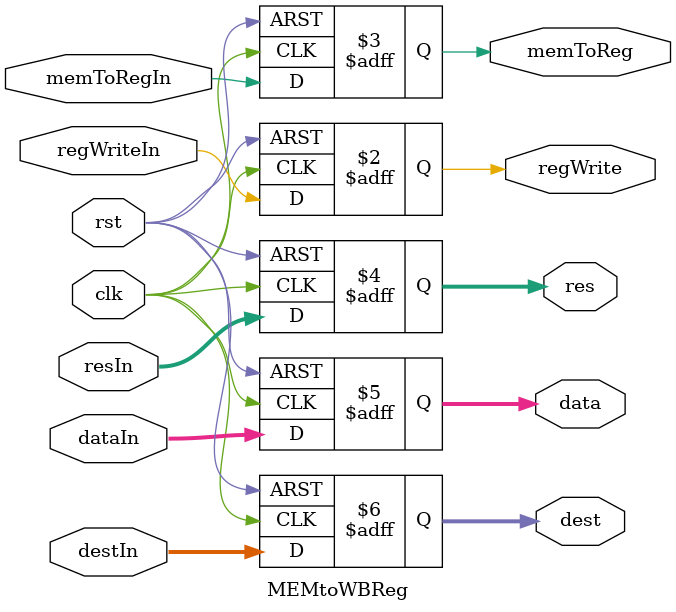
<source format=v>
module MEMtoWBReg (input clk, rst, regWriteIn, memToRegIn,
				  input[31:0] resIn, dataIn,
				  input[4:0] destIn,
				  output reg regWrite, memToReg,
				  output reg[31:0] res, data,
				  output reg[4:0] dest);

always @(posedge clk, posedge rst) begin
	if(rst) begin
		{regWrite, memToReg, res, data, dest} <= 0;
	end
	else begin
		{regWrite, memToReg, res, data, dest} <= {regWriteIn, memToRegIn, resIn, dataIn, destIn};
	end
end

endmodule


</source>
